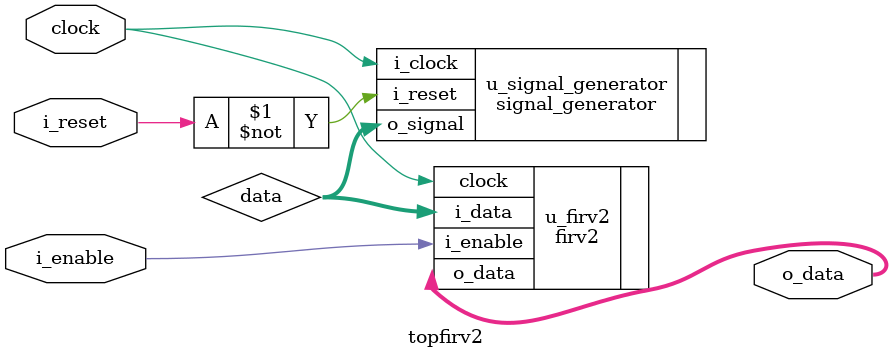
<source format=v>

module topfirv2(
              o_data,
              i_enable,
              i_reset,
              clock);

   parameter NB_DATA    = 8;
   parameter NBF_DATA   = 7;
   parameter NB_DATA_OUT = NB_DATA;
   
   output signed [NB_DATA_OUT - 1 : 0] o_data;
   input                               i_enable;
   input                               i_reset;
   input                               clock;

   wire [NB_DATA - 1 : 0]              data;


   signal_generator
     u_signal_generator
      (
         .i_clock(clock),
         .i_reset(~i_reset),
         .o_signal(data)
      );

   firv2
      u_firv2(
            .o_data     (o_data  ),
            .i_data     (data    ),
            .i_enable   (i_enable),
            .clock      (clock   )
            );



endmodule // topfir

</source>
